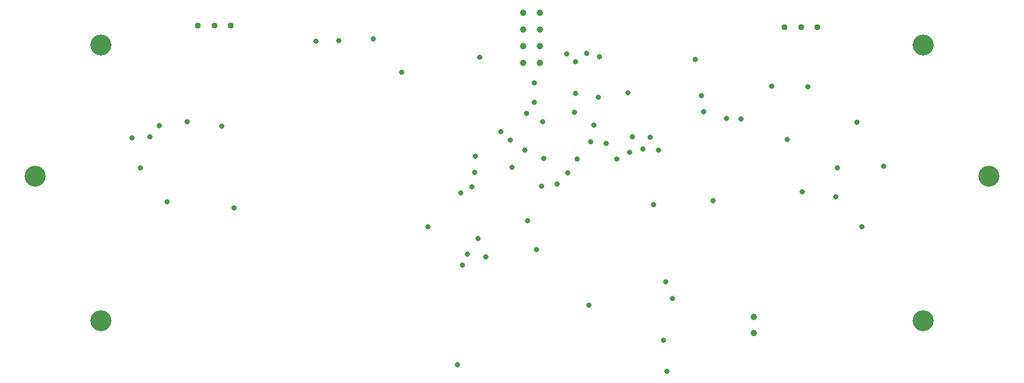
<source format=gbr>
%TF.GenerationSoftware,KiCad,Pcbnew,7.0.5-7.0.5~ubuntu20.04.1*%
%TF.CreationDate,2023-06-15T15:06:09+02:00*%
%TF.ProjectId,Controler_NRF24L01_Exclude_v3,436f6e74-726f-46c6-9572-5f4e52463234,rev?*%
%TF.SameCoordinates,Original*%
%TF.FileFunction,Plated,1,2,PTH,Drill*%
%TF.FilePolarity,Positive*%
%FSLAX46Y46*%
G04 Gerber Fmt 4.6, Leading zero omitted, Abs format (unit mm)*
G04 Created by KiCad (PCBNEW 7.0.5-7.0.5~ubuntu20.04.1) date 2023-06-15 15:06:09*
%MOMM*%
%LPD*%
G01*
G04 APERTURE LIST*
%TA.AperFunction,ViaDrill*%
%ADD10C,0.800000*%
%TD*%
%TA.AperFunction,ComponentDrill*%
%ADD11C,0.950000*%
%TD*%
%TA.AperFunction,ComponentDrill*%
%ADD12C,1.000000*%
%TD*%
%TA.AperFunction,ComponentDrill*%
%ADD13C,3.200000*%
%TD*%
G04 APERTURE END LIST*
D10*
X86410000Y-86040000D03*
X87680000Y-90640000D03*
X89157963Y-85915481D03*
X90580000Y-84160000D03*
X91760000Y-95810000D03*
X94825285Y-83582655D03*
X100070000Y-84260500D03*
X101950000Y-96720000D03*
X114350000Y-71340000D03*
X117900000Y-71250000D03*
X123070000Y-70940000D03*
X127400000Y-76089500D03*
X131407202Y-99617202D03*
X135880000Y-120590000D03*
X136420000Y-94410000D03*
X136615591Y-105399569D03*
X137390000Y-103720000D03*
X138080000Y-93520000D03*
X138480000Y-91320000D03*
X138640000Y-88870000D03*
X139008774Y-101373303D03*
X139320000Y-73800000D03*
X140240000Y-104140000D03*
X142460000Y-85100000D03*
X143960000Y-86370000D03*
X144230000Y-90510000D03*
X146140000Y-87908555D03*
X146360000Y-82330000D03*
X146600000Y-98680000D03*
X147609500Y-80635804D03*
X147610000Y-77690000D03*
X147900000Y-103100000D03*
X148700000Y-93400000D03*
X148841250Y-83571250D03*
X149050000Y-89220000D03*
X151020000Y-93120000D03*
X152475040Y-73247192D03*
X152660000Y-91420000D03*
X153670000Y-82140000D03*
X153836246Y-79246572D03*
X153880000Y-74450000D03*
X154110000Y-89290000D03*
X155560000Y-73160000D03*
X155910000Y-111570000D03*
X156170000Y-86650000D03*
X156660000Y-84100000D03*
X157280000Y-79860000D03*
X157450000Y-73730000D03*
X158540000Y-86890000D03*
X160080000Y-89310000D03*
X161780000Y-79160000D03*
X162070000Y-88290000D03*
X162449500Y-85840188D03*
X164050000Y-87740000D03*
X165220000Y-85960000D03*
X165690000Y-96190000D03*
X166500000Y-87940000D03*
X167190000Y-116880000D03*
X167550000Y-107950000D03*
X167700000Y-121600000D03*
X168550000Y-110540000D03*
X172030000Y-74120000D03*
X173000000Y-79600000D03*
X173300000Y-82100000D03*
X174740000Y-95630000D03*
X176800000Y-83100000D03*
X179000000Y-83200000D03*
X183680000Y-78180000D03*
X186040000Y-86290000D03*
X188290000Y-94240000D03*
X189160000Y-78220000D03*
X193400000Y-95040000D03*
X193630000Y-90630000D03*
X196600000Y-83650000D03*
X197380000Y-99580000D03*
X200650000Y-90330000D03*
D11*
%TO.C,J3*%
X96440000Y-68925000D03*
X98940000Y-68925000D03*
X101440000Y-68925000D03*
%TO.C,J4*%
X185594000Y-69162000D03*
X188094000Y-69162000D03*
X190594000Y-69162000D03*
D12*
%TO.C,U2*%
X145890000Y-66960000D03*
X145890000Y-69500000D03*
X145890000Y-72040000D03*
X145890000Y-74580000D03*
X148430000Y-66960000D03*
X148430000Y-69500000D03*
X148430000Y-72040000D03*
X148430000Y-74580000D03*
%TO.C,J1*%
X180965000Y-113300000D03*
X180965000Y-115800000D03*
D13*
%TO.C,H2*%
X71690000Y-91900000D03*
%TO.C,H1*%
X81690000Y-71900000D03*
%TO.C,H3*%
X81690000Y-113900000D03*
%TO.C,H4*%
X206690000Y-71900000D03*
%TO.C,H6*%
X206690000Y-113900000D03*
%TO.C,H5*%
X216690000Y-91900000D03*
M02*

</source>
